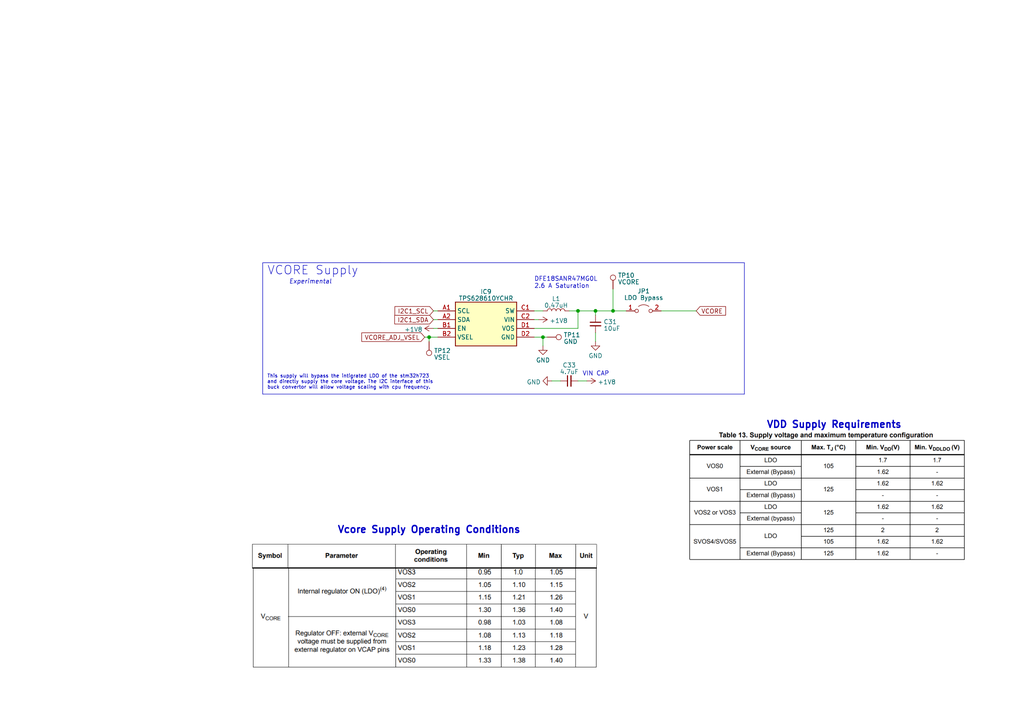
<source format=kicad_sch>
(kicad_sch (version 20230121) (generator eeschema)
  (paper "A4")
  (title_block (title "OBC-Flight") (date "2023-08-07") (rev "Rev0") (company "WIT PicoSat") (comment 1 "By: Kieran Shanley"))
  (lib_symbols
    (symbol "Connector:TestPoint" (pin_numbers hide) (pin_names (offset 0.762) hide)
      (property "Reference" "TP" (at 0 6.858 0))
      (property "Value" "TestPoint" (at 0 5.08 0))
      (symbol "TestPoint_0_1"
        (circle (center 0 3.302) (radius 0.762))
      )
      (symbol "TestPoint_1_1"
        (pin passive line (at 0 0 90) (length 2.54) (name "1") (number "1"))
      )
    )
    (symbol "Device:C_Small" (pin_numbers hide) (pin_names (offset 0.254) hide)
      (property "Reference" "C" (at 0.254 1.778 0))
      (property "Value" "C_Small" (at 0.254 -2.032 0))
      (symbol "C_Small_0_1"
        (polyline (pts (xy -1.524 -0.508) (xy 1.524 -0.508)) (stroke (width 0.3302)))
        (polyline (pts (xy -1.524 0.508) (xy 1.524 0.508)) (stroke (width 0.3048)))
      )
      (symbol "C_Small_1_1"
        (pin passive line (at 0 2.54 270) (length 2.032) (name "~") (number "1"))
        (pin passive line (at 0 -2.54 90) (length 2.032) (name "~") (number "2"))
      )
    )
    (symbol "Device:L" (pin_numbers hide) (pin_names (offset 1.016) hide)
      (property "Reference" "L" (at -1.27 0 90))
      (property "Value" "L" (at 1.905 0 90))
      (symbol "L_0_1"
        (arc (start 0 -2.54) (mid 0.6323 -1.905) (end 0 -1.27))
        (arc (start 0 -1.27) (mid 0.6323 -0.635) (end 0 0))
        (arc (start 0 0) (mid 0.6323 0.635) (end 0 1.27))
        (arc (start 0 1.27) (mid 0.6323 1.905) (end 0 2.54))
      )
      (symbol "L_1_1"
        (pin passive line (at 0 3.81 270) (length 1.27) (name "1") (number "1"))
        (pin passive line (at 0 -3.81 90) (length 1.27) (name "2") (number "2"))
      )
    )
    (symbol "Jumper:Jumper_2_Open" (pin_names (offset 0) hide)
      (property "Reference" "JP" (at 0 2.794 0))
      (property "Value" "Jumper_2_Open" (at 0 -2.286 0))
      (symbol "Jumper_2_Open_0_0"
        (circle (center -2.032 0) (radius 0.508))
        (circle (center 2.032 0) (radius 0.508))
      )
      (symbol "Jumper_2_Open_0_1"
        (arc (start 1.524 1.27) (mid 0 1.778) (end -1.524 1.27))
      )
      (symbol "Jumper_2_Open_1_1"
        (pin passive line (at -5.08 0 0) (length 2.54) (name "A") (number "1"))
        (pin passive line (at 5.08 0 180) (length 2.54) (name "B") (number "2"))
      )
    )
    (symbol "TPS628610YCHR:TPS628610YCHR"
      (property "Reference" "IC" (at 24.13 7.62 0))
      (property "Value" "TPS628610YCHR" (at 24.13 5.08 0))
      (symbol "TPS628610YCHR_1_1"
        (rectangle (start 5.08 2.54) (end 22.86 -10.16) (stroke (width 0.254)) (fill (type background)))
        (pin passive line (at 0 0 0) (length 5.08) (name "SCL") (number "A1"))
        (pin passive line (at 0 -2.54 0) (length 5.08) (name "SDA") (number "A2"))
        (pin passive line (at 0 -5.08 0) (length 5.08) (name "EN") (number "B1"))
        (pin passive line (at 0 -7.62 0) (length 5.08) (name "VSEL") (number "B2"))
        (pin passive line (at 27.94 0 180) (length 5.08) (name "SW") (number "C1"))
        (pin passive line (at 27.94 -2.54 180) (length 5.08) (name "VIN") (number "C2"))
        (pin passive line (at 27.94 -5.08 180) (length 5.08) (name "VOS") (number "D1"))
        (pin passive line (at 27.94 -7.62 180) (length 5.08) (name "GND") (number "D2"))
      )
    )
    (symbol "power:+1V8" (power) (pin_names (offset 0))
      (property "Value" "+1V8" (at 0 3.556 0))
      (symbol "+1V8_0_1"
        (polyline (pts (xy -0.762 1.27) (xy 0 2.54)))
        (polyline (pts (xy 0 0) (xy 0 2.54)))
        (polyline (pts (xy 0 2.54) (xy 0.762 1.27)))
      )
      (symbol "+1V8_1_1"
        (pin power_in line (at 0 0 90) (length 0) hide (name "+1V8") (number "1"))
      )
    )
    (symbol "power:GND" (power) (pin_names (offset 0))
      (property "Value" "GND" (at 0 -3.81 0))
      (symbol "GND_0_1"
        (polyline (pts (xy 0 0) (xy 0 -1.27) (xy 1.27 -1.27) (xy 0 -2.54) (xy -1.27 -1.27) (xy 0 -1.27)))
      )
      (symbol "GND_1_1"
        (pin power_in line (at 0 0 270) (length 0) hide (name "GND") (number "1"))
      )
    )
  )
  (junction (at 177.8 90.17))
  (junction (at 167.64 90.17))
  (junction (at 172.72 90.17))
  (junction (at 124.46 97.79))
  (junction (at 157.48 97.79))
  (polyline (pts (xy 76.2 76.2) (xy 110.49 76.2)))
  (wire (pts (xy 167.64 90.17) (xy 165.1 90.17)))
  (wire (pts (xy 157.48 97.79) (xy 158.75 97.79)))
  (wire (pts (xy 172.72 90.17) (xy 172.72 91.44)))
  (wire (pts (xy 125.73 95.25) (xy 127 95.25)))
  (wire (pts (xy 156.21 92.71) (xy 154.94 92.71)))
  (wire (pts (xy 154.94 95.25) (xy 167.64 95.25)))
  (wire (pts (xy 124.46 97.79) (xy 124.46 99.06)))
  (wire (pts (xy 177.8 90.17) (xy 181.61 90.17)))
  (wire (pts (xy 172.72 96.52) (xy 172.72 99.06)))
  (wire (pts (xy 154.94 90.17) (xy 157.48 90.17)))
  (wire (pts (xy 154.94 97.79) (xy 157.48 97.79)))
  (wire (pts (xy 157.48 97.79) (xy 157.48 100.33)))
  (wire (pts (xy 123.19 97.79) (xy 124.46 97.79)))
  (polyline (pts (xy 101.6 76.2) (xy 215.9 76.2)))
  (wire (pts (xy 124.46 97.79) (xy 127 97.79)))
  (wire (pts (xy 167.64 90.17) (xy 172.72 90.17)))
  (wire (pts (xy 125.73 90.17) (xy 127 90.17)))
  (wire (pts (xy 172.72 90.17) (xy 177.8 90.17)))
  (wire (pts (xy 191.77 90.17) (xy 201.93 90.17)))
  (polyline (pts (xy 215.9 76.2) (xy 215.9 114.3)))
  (polyline (pts (xy 215.9 114.3) (xy 76.2 114.3)))
  (wire (pts (xy 125.73 92.71) (xy 127 92.71)))
  (wire (pts (xy 170.18 110.49) (xy 167.64 110.49)))
  (wire (pts (xy 160.02 110.49) (xy 162.56 110.49)))
  (wire (pts (xy 167.64 95.25) (xy 167.64 90.17)))
  (wire (pts (xy 177.8 83.82) (xy 177.8 90.17)))
  (polyline (pts (xy 76.2 114.3) (xy 76.2 76.2)))
  (image (at 240.03 143.51) (scale 0.958114))
  (image (at 123.19 179.07) (scale 1.48051))
  (image (at 123.19 161.29) (scale 1.48496))
  (text "VIN CAP" (at 168.91 109.22 0) (effects (font (size 1.27 1.27)) (justify left bottom)))
  (text "VDD Supply Requirements" (at 222.25 124.46 0) (effects (font (size 2 2) (thickness 0.4) bold) (justify left bottom)))
  (text "VCORE Supply" (at 77.47 80.01 0) (effects (font (size 2.5 2.5)) (justify left bottom)))
  (text "Experimental" (at 83.82 82.55 0) (effects (font (size 1.27 1.27) italic) (justify left bottom)))
  (text "Vcore Supply Operating Conditions" (at 97.79 154.94 0) (effects (font (size 2 2) (thickness 0.4) bold) (justify left bottom)))
  (text "DFE18SANR47MG0L\n2.6 A Saturation" (at 154.94 83.82 0) (effects (font (size 1.27 1.27)) (justify left bottom)))
  (text "This supply will bypass the intigrated LDO of the stm32h723\nand directly supply the core voltage. The I2C interface of this\nbuck convertor will allow voltage scaling with cpu frequency." (at 77.47 113.03 0) (effects (font (size 1 1)) (justify left bottom)))
  (global_label "I2C1_SDA" (shape input) (at 125.73 92.71 180) (property "Intersheetrefs" "${INTERSHEET_REFS}" (effects hide)))
  (global_label "VCORE" (shape input) (at 201.93 90.17 0) (property "Intersheetrefs" "${INTERSHEET_REFS}" (effects hide)))
  (global_label "VCORE_ADJ_VSEL" (shape input) (at 123.19 97.79 180) (property "Intersheetrefs" "${INTERSHEET_REFS}" (effects hide)))
  (global_label "I2C1_SCL" (shape input) (at 125.73 90.17 180) (property "Intersheetrefs" "${INTERSHEET_REFS}" (effects hide)))
  (symbol (lib_id "Device:C_Small") (at 172.72 93.98 0) (unit 1)
    (property "Reference" "C31" (at 175.0441 93.3426 0) (effects (justify left)))
    (property "Value" "10uF" (at 175.0441 95.2636 0) (effects (justify left)))
    (property "Footprint" "Capacitor_SMD:C_0603_1608Metric" (effects hide))
  )
  (symbol (lib_id "power:+1V8") (at 156.21 92.71 270) (unit 1)
    (property "Reference" "#PWR0122" (effects hide))
    (property "Value" "+1V8" (at 159.385 93.0268 90) (effects (justify left)))
  )
  (symbol (lib_id "power:GND") (at 157.48 100.33 0) (unit 1)
    (property "Reference" "#PWR0121" (effects hide))
    (property "Value" "GND" (at 157.48 104.4655 0))
  )
  (symbol (lib_id "Connector:TestPoint") (at 124.46 99.06 180) (unit 1)
    (property "Reference" "TP12" (at 125.857 101.7183 0) (effects (justify right)))
    (property "Value" "VSEL" (at 125.857 103.6393 0) (effects (justify right)))
    (property "Footprint" "TestPoint:TestPoint_Pad_D1.0mm" (effects hide))
  )
  (symbol (lib_id "power:+1V8") (at 125.73 95.25 90) (unit 1)
    (property "Reference" "#PWR0137" (effects hide))
    (property "Value" "+1V8" (at 122.555 95.5668 90) (effects (justify left)))
  )
  (symbol (lib_id "power:GND") (at 172.72 99.06 0) (unit 1)
    (property "Reference" "#PWR0123" (effects hide))
    (property "Value" "GND" (at 172.72 103.1955 0))
  )
  (symbol (lib_id "Connector:TestPoint") (at 177.8 83.82 0) (unit 1)
    (property "Reference" "TP10" (at 179.197 79.8743 0) (effects (justify left)))
    (property "Value" "VCORE" (at 179.197 81.7953 0) (effects (justify left)))
    (property "Footprint" "TestPoint:TestPoint_Pad_D1.0mm" (effects hide))
  )
  (symbol (lib_id "Connector:TestPoint") (at 158.75 97.79 270) (unit 1)
    (property "Reference" "TP11" (at 163.449 97.1463 90) (effects (justify left)))
    (property "Value" "GND" (at 163.449 99.0673 90) (effects (justify left)))
    (property "Footprint" "TestPoint:TestPoint_Pad_D1.0mm" (effects hide))
  )
  (symbol (lib_id "power:GND") (at 160.02 110.49 270) (unit 1)
    (property "Reference" "#PWR056" (effects hide))
    (property "Value" "GND" (at 156.8451 110.8068 90) (effects (justify right)))
  )
  (symbol (lib_id "TPS628610YCHR:TPS628610YCHR") (at 127 90.17 0) (unit 1)
    (property "Reference" "IC9" (at 140.97 84.6201 0))
    (property "Value" "TPS628610YCHR" (at 140.97 86.5411 0))
    (property "Footprint" "TPS628610YCHR:BGA8C35P2X4_66X136X40" (effects hide))
    (property "Datasheet" "https://www.ti.com/lit/ds/symlink/tps62861.pdf?ts=1621509206781&ref_url=https%253A%252F%252Fwww.ti.com%252Fsitesearch%252Fdocs%252Funiversalsearch.tsp%253FsearchTerm%253DTPS628610YCHR%2526nr%253D6" (effects hide))
    (property "Height" "0.4" (effects hide))
    (property "Mouser Part Number" "595-TPS628610YCHR" (effects hide))
    (property "Mouser Price/Stock" "https://www.mouser.co.uk/ProductDetail/Texas-Instruments/TPS628610YCHR?qs=hWgE7mdIu5RMknWMDeLEGw%3D%3D" (effects hide))
    (property "Manufacturer_Name" "Texas Instruments" (effects hide))
    (property "Manufacturer_Part_Number" "TPS628610YCHR" (effects hide))
  )
  (symbol (lib_id "Device:C_Small") (at 165.1 110.49 90) (unit 1)
    (property "Reference" "C33" (at 165.1063 105.918 90))
    (property "Value" "4.7uF" (at 165.1063 107.839 90))
    (property "Footprint" "Capacitor_SMD:C_0402_1005Metric" (effects hide))
  )
  (symbol (lib_id "Jumper:Jumper_2_Open") (at 186.69 90.17 0) (unit 1)
    (property "Reference" "JP1" (at 186.69 84.439 0))
    (property "Value" "LDO Bypass" (at 186.69 86.36 0))
    (property "Footprint" "Jumper:SolderJumper-2_P1.3mm_Open_Pad1.0x1.5mm" (effects hide))
  )
  (symbol (lib_id "power:+1V8") (at 170.18 110.49 270) (unit 1)
    (property "Reference" "#PWR054" (effects hide))
    (property "Value" "+1V8" (at 173.355 110.8068 90) (effects (justify left)))
  )
  (symbol (lib_id "Device:L") (at 161.29 90.17 90) (unit 1)
    (property "Reference" "L1" (at 161.29 86.6547 90))
    (property "Value" "0.47uH" (at 161.29 88.5757 90))
    (property "Footprint" "Inductor_SMD:L_0603_1608Metric" (effects hide))
  )
)
</source>
